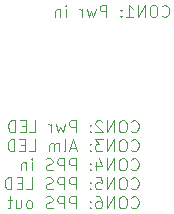
<source format=gbr>
%TF.GenerationSoftware,KiCad,Pcbnew,8.0.5*%
%TF.CreationDate,2024-10-07T08:20:55+01:00*%
%TF.ProjectId,GPS Rx PPS,47505320-5278-4205-9050-532e6b696361,0.1*%
%TF.SameCoordinates,Original*%
%TF.FileFunction,Legend,Bot*%
%TF.FilePolarity,Positive*%
%FSLAX46Y46*%
G04 Gerber Fmt 4.6, Leading zero omitted, Abs format (unit mm)*
G04 Created by KiCad (PCBNEW 8.0.5) date 2024-10-07 08:20:55*
%MOMM*%
%LPD*%
G01*
G04 APERTURE LIST*
%ADD10C,0.100000*%
G04 APERTURE END LIST*
D10*
X162024687Y-96977180D02*
X162072306Y-97024800D01*
X162072306Y-97024800D02*
X162215163Y-97072419D01*
X162215163Y-97072419D02*
X162310401Y-97072419D01*
X162310401Y-97072419D02*
X162453258Y-97024800D01*
X162453258Y-97024800D02*
X162548496Y-96929561D01*
X162548496Y-96929561D02*
X162596115Y-96834323D01*
X162596115Y-96834323D02*
X162643734Y-96643847D01*
X162643734Y-96643847D02*
X162643734Y-96500990D01*
X162643734Y-96500990D02*
X162596115Y-96310514D01*
X162596115Y-96310514D02*
X162548496Y-96215276D01*
X162548496Y-96215276D02*
X162453258Y-96120038D01*
X162453258Y-96120038D02*
X162310401Y-96072419D01*
X162310401Y-96072419D02*
X162215163Y-96072419D01*
X162215163Y-96072419D02*
X162072306Y-96120038D01*
X162072306Y-96120038D02*
X162024687Y-96167657D01*
X161405639Y-96072419D02*
X161215163Y-96072419D01*
X161215163Y-96072419D02*
X161119925Y-96120038D01*
X161119925Y-96120038D02*
X161024687Y-96215276D01*
X161024687Y-96215276D02*
X160977068Y-96405752D01*
X160977068Y-96405752D02*
X160977068Y-96739085D01*
X160977068Y-96739085D02*
X161024687Y-96929561D01*
X161024687Y-96929561D02*
X161119925Y-97024800D01*
X161119925Y-97024800D02*
X161215163Y-97072419D01*
X161215163Y-97072419D02*
X161405639Y-97072419D01*
X161405639Y-97072419D02*
X161500877Y-97024800D01*
X161500877Y-97024800D02*
X161596115Y-96929561D01*
X161596115Y-96929561D02*
X161643734Y-96739085D01*
X161643734Y-96739085D02*
X161643734Y-96405752D01*
X161643734Y-96405752D02*
X161596115Y-96215276D01*
X161596115Y-96215276D02*
X161500877Y-96120038D01*
X161500877Y-96120038D02*
X161405639Y-96072419D01*
X160548496Y-97072419D02*
X160548496Y-96072419D01*
X160548496Y-96072419D02*
X159977068Y-97072419D01*
X159977068Y-97072419D02*
X159977068Y-96072419D01*
X158977068Y-97072419D02*
X159548496Y-97072419D01*
X159262782Y-97072419D02*
X159262782Y-96072419D01*
X159262782Y-96072419D02*
X159358020Y-96215276D01*
X159358020Y-96215276D02*
X159453258Y-96310514D01*
X159453258Y-96310514D02*
X159548496Y-96358133D01*
X158548496Y-96977180D02*
X158500877Y-97024800D01*
X158500877Y-97024800D02*
X158548496Y-97072419D01*
X158548496Y-97072419D02*
X158596115Y-97024800D01*
X158596115Y-97024800D02*
X158548496Y-96977180D01*
X158548496Y-96977180D02*
X158548496Y-97072419D01*
X158548496Y-96453371D02*
X158500877Y-96500990D01*
X158500877Y-96500990D02*
X158548496Y-96548609D01*
X158548496Y-96548609D02*
X158596115Y-96500990D01*
X158596115Y-96500990D02*
X158548496Y-96453371D01*
X158548496Y-96453371D02*
X158548496Y-96548609D01*
X157310401Y-97072419D02*
X157310401Y-96072419D01*
X157310401Y-96072419D02*
X156929449Y-96072419D01*
X156929449Y-96072419D02*
X156834211Y-96120038D01*
X156834211Y-96120038D02*
X156786592Y-96167657D01*
X156786592Y-96167657D02*
X156738973Y-96262895D01*
X156738973Y-96262895D02*
X156738973Y-96405752D01*
X156738973Y-96405752D02*
X156786592Y-96500990D01*
X156786592Y-96500990D02*
X156834211Y-96548609D01*
X156834211Y-96548609D02*
X156929449Y-96596228D01*
X156929449Y-96596228D02*
X157310401Y-96596228D01*
X156405639Y-96405752D02*
X156215163Y-97072419D01*
X156215163Y-97072419D02*
X156024687Y-96596228D01*
X156024687Y-96596228D02*
X155834211Y-97072419D01*
X155834211Y-97072419D02*
X155643735Y-96405752D01*
X155262782Y-97072419D02*
X155262782Y-96405752D01*
X155262782Y-96596228D02*
X155215163Y-96500990D01*
X155215163Y-96500990D02*
X155167544Y-96453371D01*
X155167544Y-96453371D02*
X155072306Y-96405752D01*
X155072306Y-96405752D02*
X154977068Y-96405752D01*
X153881829Y-97072419D02*
X153881829Y-96405752D01*
X153881829Y-96072419D02*
X153929448Y-96120038D01*
X153929448Y-96120038D02*
X153881829Y-96167657D01*
X153881829Y-96167657D02*
X153834210Y-96120038D01*
X153834210Y-96120038D02*
X153881829Y-96072419D01*
X153881829Y-96072419D02*
X153881829Y-96167657D01*
X153405639Y-96405752D02*
X153405639Y-97072419D01*
X153405639Y-96500990D02*
X153358020Y-96453371D01*
X153358020Y-96453371D02*
X153262782Y-96405752D01*
X153262782Y-96405752D02*
X153119925Y-96405752D01*
X153119925Y-96405752D02*
X153024687Y-96453371D01*
X153024687Y-96453371D02*
X152977068Y-96548609D01*
X152977068Y-96548609D02*
X152977068Y-97072419D01*
X159424687Y-106737404D02*
X159472306Y-106785024D01*
X159472306Y-106785024D02*
X159615163Y-106832643D01*
X159615163Y-106832643D02*
X159710401Y-106832643D01*
X159710401Y-106832643D02*
X159853258Y-106785024D01*
X159853258Y-106785024D02*
X159948496Y-106689785D01*
X159948496Y-106689785D02*
X159996115Y-106594547D01*
X159996115Y-106594547D02*
X160043734Y-106404071D01*
X160043734Y-106404071D02*
X160043734Y-106261214D01*
X160043734Y-106261214D02*
X159996115Y-106070738D01*
X159996115Y-106070738D02*
X159948496Y-105975500D01*
X159948496Y-105975500D02*
X159853258Y-105880262D01*
X159853258Y-105880262D02*
X159710401Y-105832643D01*
X159710401Y-105832643D02*
X159615163Y-105832643D01*
X159615163Y-105832643D02*
X159472306Y-105880262D01*
X159472306Y-105880262D02*
X159424687Y-105927881D01*
X158805639Y-105832643D02*
X158615163Y-105832643D01*
X158615163Y-105832643D02*
X158519925Y-105880262D01*
X158519925Y-105880262D02*
X158424687Y-105975500D01*
X158424687Y-105975500D02*
X158377068Y-106165976D01*
X158377068Y-106165976D02*
X158377068Y-106499309D01*
X158377068Y-106499309D02*
X158424687Y-106689785D01*
X158424687Y-106689785D02*
X158519925Y-106785024D01*
X158519925Y-106785024D02*
X158615163Y-106832643D01*
X158615163Y-106832643D02*
X158805639Y-106832643D01*
X158805639Y-106832643D02*
X158900877Y-106785024D01*
X158900877Y-106785024D02*
X158996115Y-106689785D01*
X158996115Y-106689785D02*
X159043734Y-106499309D01*
X159043734Y-106499309D02*
X159043734Y-106165976D01*
X159043734Y-106165976D02*
X158996115Y-105975500D01*
X158996115Y-105975500D02*
X158900877Y-105880262D01*
X158900877Y-105880262D02*
X158805639Y-105832643D01*
X157948496Y-106832643D02*
X157948496Y-105832643D01*
X157948496Y-105832643D02*
X157377068Y-106832643D01*
X157377068Y-106832643D02*
X157377068Y-105832643D01*
X156948496Y-105927881D02*
X156900877Y-105880262D01*
X156900877Y-105880262D02*
X156805639Y-105832643D01*
X156805639Y-105832643D02*
X156567544Y-105832643D01*
X156567544Y-105832643D02*
X156472306Y-105880262D01*
X156472306Y-105880262D02*
X156424687Y-105927881D01*
X156424687Y-105927881D02*
X156377068Y-106023119D01*
X156377068Y-106023119D02*
X156377068Y-106118357D01*
X156377068Y-106118357D02*
X156424687Y-106261214D01*
X156424687Y-106261214D02*
X156996115Y-106832643D01*
X156996115Y-106832643D02*
X156377068Y-106832643D01*
X155948496Y-106737404D02*
X155900877Y-106785024D01*
X155900877Y-106785024D02*
X155948496Y-106832643D01*
X155948496Y-106832643D02*
X155996115Y-106785024D01*
X155996115Y-106785024D02*
X155948496Y-106737404D01*
X155948496Y-106737404D02*
X155948496Y-106832643D01*
X155948496Y-106213595D02*
X155900877Y-106261214D01*
X155900877Y-106261214D02*
X155948496Y-106308833D01*
X155948496Y-106308833D02*
X155996115Y-106261214D01*
X155996115Y-106261214D02*
X155948496Y-106213595D01*
X155948496Y-106213595D02*
X155948496Y-106308833D01*
X154710401Y-106832643D02*
X154710401Y-105832643D01*
X154710401Y-105832643D02*
X154329449Y-105832643D01*
X154329449Y-105832643D02*
X154234211Y-105880262D01*
X154234211Y-105880262D02*
X154186592Y-105927881D01*
X154186592Y-105927881D02*
X154138973Y-106023119D01*
X154138973Y-106023119D02*
X154138973Y-106165976D01*
X154138973Y-106165976D02*
X154186592Y-106261214D01*
X154186592Y-106261214D02*
X154234211Y-106308833D01*
X154234211Y-106308833D02*
X154329449Y-106356452D01*
X154329449Y-106356452D02*
X154710401Y-106356452D01*
X153805639Y-106165976D02*
X153615163Y-106832643D01*
X153615163Y-106832643D02*
X153424687Y-106356452D01*
X153424687Y-106356452D02*
X153234211Y-106832643D01*
X153234211Y-106832643D02*
X153043735Y-106165976D01*
X152662782Y-106832643D02*
X152662782Y-106165976D01*
X152662782Y-106356452D02*
X152615163Y-106261214D01*
X152615163Y-106261214D02*
X152567544Y-106213595D01*
X152567544Y-106213595D02*
X152472306Y-106165976D01*
X152472306Y-106165976D02*
X152377068Y-106165976D01*
X150805639Y-106832643D02*
X151281829Y-106832643D01*
X151281829Y-106832643D02*
X151281829Y-105832643D01*
X150472305Y-106308833D02*
X150138972Y-106308833D01*
X149996115Y-106832643D02*
X150472305Y-106832643D01*
X150472305Y-106832643D02*
X150472305Y-105832643D01*
X150472305Y-105832643D02*
X149996115Y-105832643D01*
X149567543Y-106832643D02*
X149567543Y-105832643D01*
X149567543Y-105832643D02*
X149329448Y-105832643D01*
X149329448Y-105832643D02*
X149186591Y-105880262D01*
X149186591Y-105880262D02*
X149091353Y-105975500D01*
X149091353Y-105975500D02*
X149043734Y-106070738D01*
X149043734Y-106070738D02*
X148996115Y-106261214D01*
X148996115Y-106261214D02*
X148996115Y-106404071D01*
X148996115Y-106404071D02*
X149043734Y-106594547D01*
X149043734Y-106594547D02*
X149091353Y-106689785D01*
X149091353Y-106689785D02*
X149186591Y-106785024D01*
X149186591Y-106785024D02*
X149329448Y-106832643D01*
X149329448Y-106832643D02*
X149567543Y-106832643D01*
X159424687Y-108347348D02*
X159472306Y-108394968D01*
X159472306Y-108394968D02*
X159615163Y-108442587D01*
X159615163Y-108442587D02*
X159710401Y-108442587D01*
X159710401Y-108442587D02*
X159853258Y-108394968D01*
X159853258Y-108394968D02*
X159948496Y-108299729D01*
X159948496Y-108299729D02*
X159996115Y-108204491D01*
X159996115Y-108204491D02*
X160043734Y-108014015D01*
X160043734Y-108014015D02*
X160043734Y-107871158D01*
X160043734Y-107871158D02*
X159996115Y-107680682D01*
X159996115Y-107680682D02*
X159948496Y-107585444D01*
X159948496Y-107585444D02*
X159853258Y-107490206D01*
X159853258Y-107490206D02*
X159710401Y-107442587D01*
X159710401Y-107442587D02*
X159615163Y-107442587D01*
X159615163Y-107442587D02*
X159472306Y-107490206D01*
X159472306Y-107490206D02*
X159424687Y-107537825D01*
X158805639Y-107442587D02*
X158615163Y-107442587D01*
X158615163Y-107442587D02*
X158519925Y-107490206D01*
X158519925Y-107490206D02*
X158424687Y-107585444D01*
X158424687Y-107585444D02*
X158377068Y-107775920D01*
X158377068Y-107775920D02*
X158377068Y-108109253D01*
X158377068Y-108109253D02*
X158424687Y-108299729D01*
X158424687Y-108299729D02*
X158519925Y-108394968D01*
X158519925Y-108394968D02*
X158615163Y-108442587D01*
X158615163Y-108442587D02*
X158805639Y-108442587D01*
X158805639Y-108442587D02*
X158900877Y-108394968D01*
X158900877Y-108394968D02*
X158996115Y-108299729D01*
X158996115Y-108299729D02*
X159043734Y-108109253D01*
X159043734Y-108109253D02*
X159043734Y-107775920D01*
X159043734Y-107775920D02*
X158996115Y-107585444D01*
X158996115Y-107585444D02*
X158900877Y-107490206D01*
X158900877Y-107490206D02*
X158805639Y-107442587D01*
X157948496Y-108442587D02*
X157948496Y-107442587D01*
X157948496Y-107442587D02*
X157377068Y-108442587D01*
X157377068Y-108442587D02*
X157377068Y-107442587D01*
X156996115Y-107442587D02*
X156377068Y-107442587D01*
X156377068Y-107442587D02*
X156710401Y-107823539D01*
X156710401Y-107823539D02*
X156567544Y-107823539D01*
X156567544Y-107823539D02*
X156472306Y-107871158D01*
X156472306Y-107871158D02*
X156424687Y-107918777D01*
X156424687Y-107918777D02*
X156377068Y-108014015D01*
X156377068Y-108014015D02*
X156377068Y-108252110D01*
X156377068Y-108252110D02*
X156424687Y-108347348D01*
X156424687Y-108347348D02*
X156472306Y-108394968D01*
X156472306Y-108394968D02*
X156567544Y-108442587D01*
X156567544Y-108442587D02*
X156853258Y-108442587D01*
X156853258Y-108442587D02*
X156948496Y-108394968D01*
X156948496Y-108394968D02*
X156996115Y-108347348D01*
X155948496Y-108347348D02*
X155900877Y-108394968D01*
X155900877Y-108394968D02*
X155948496Y-108442587D01*
X155948496Y-108442587D02*
X155996115Y-108394968D01*
X155996115Y-108394968D02*
X155948496Y-108347348D01*
X155948496Y-108347348D02*
X155948496Y-108442587D01*
X155948496Y-107823539D02*
X155900877Y-107871158D01*
X155900877Y-107871158D02*
X155948496Y-107918777D01*
X155948496Y-107918777D02*
X155996115Y-107871158D01*
X155996115Y-107871158D02*
X155948496Y-107823539D01*
X155948496Y-107823539D02*
X155948496Y-107918777D01*
X154758020Y-108156872D02*
X154281830Y-108156872D01*
X154853258Y-108442587D02*
X154519925Y-107442587D01*
X154519925Y-107442587D02*
X154186592Y-108442587D01*
X153710401Y-108442587D02*
X153805639Y-108394968D01*
X153805639Y-108394968D02*
X153853258Y-108299729D01*
X153853258Y-108299729D02*
X153853258Y-107442587D01*
X153329448Y-108442587D02*
X153329448Y-107775920D01*
X153329448Y-107871158D02*
X153281829Y-107823539D01*
X153281829Y-107823539D02*
X153186591Y-107775920D01*
X153186591Y-107775920D02*
X153043734Y-107775920D01*
X153043734Y-107775920D02*
X152948496Y-107823539D01*
X152948496Y-107823539D02*
X152900877Y-107918777D01*
X152900877Y-107918777D02*
X152900877Y-108442587D01*
X152900877Y-107918777D02*
X152853258Y-107823539D01*
X152853258Y-107823539D02*
X152758020Y-107775920D01*
X152758020Y-107775920D02*
X152615163Y-107775920D01*
X152615163Y-107775920D02*
X152519924Y-107823539D01*
X152519924Y-107823539D02*
X152472305Y-107918777D01*
X152472305Y-107918777D02*
X152472305Y-108442587D01*
X150758020Y-108442587D02*
X151234210Y-108442587D01*
X151234210Y-108442587D02*
X151234210Y-107442587D01*
X150424686Y-107918777D02*
X150091353Y-107918777D01*
X149948496Y-108442587D02*
X150424686Y-108442587D01*
X150424686Y-108442587D02*
X150424686Y-107442587D01*
X150424686Y-107442587D02*
X149948496Y-107442587D01*
X149519924Y-108442587D02*
X149519924Y-107442587D01*
X149519924Y-107442587D02*
X149281829Y-107442587D01*
X149281829Y-107442587D02*
X149138972Y-107490206D01*
X149138972Y-107490206D02*
X149043734Y-107585444D01*
X149043734Y-107585444D02*
X148996115Y-107680682D01*
X148996115Y-107680682D02*
X148948496Y-107871158D01*
X148948496Y-107871158D02*
X148948496Y-108014015D01*
X148948496Y-108014015D02*
X148996115Y-108204491D01*
X148996115Y-108204491D02*
X149043734Y-108299729D01*
X149043734Y-108299729D02*
X149138972Y-108394968D01*
X149138972Y-108394968D02*
X149281829Y-108442587D01*
X149281829Y-108442587D02*
X149519924Y-108442587D01*
X159424687Y-109957292D02*
X159472306Y-110004912D01*
X159472306Y-110004912D02*
X159615163Y-110052531D01*
X159615163Y-110052531D02*
X159710401Y-110052531D01*
X159710401Y-110052531D02*
X159853258Y-110004912D01*
X159853258Y-110004912D02*
X159948496Y-109909673D01*
X159948496Y-109909673D02*
X159996115Y-109814435D01*
X159996115Y-109814435D02*
X160043734Y-109623959D01*
X160043734Y-109623959D02*
X160043734Y-109481102D01*
X160043734Y-109481102D02*
X159996115Y-109290626D01*
X159996115Y-109290626D02*
X159948496Y-109195388D01*
X159948496Y-109195388D02*
X159853258Y-109100150D01*
X159853258Y-109100150D02*
X159710401Y-109052531D01*
X159710401Y-109052531D02*
X159615163Y-109052531D01*
X159615163Y-109052531D02*
X159472306Y-109100150D01*
X159472306Y-109100150D02*
X159424687Y-109147769D01*
X158805639Y-109052531D02*
X158615163Y-109052531D01*
X158615163Y-109052531D02*
X158519925Y-109100150D01*
X158519925Y-109100150D02*
X158424687Y-109195388D01*
X158424687Y-109195388D02*
X158377068Y-109385864D01*
X158377068Y-109385864D02*
X158377068Y-109719197D01*
X158377068Y-109719197D02*
X158424687Y-109909673D01*
X158424687Y-109909673D02*
X158519925Y-110004912D01*
X158519925Y-110004912D02*
X158615163Y-110052531D01*
X158615163Y-110052531D02*
X158805639Y-110052531D01*
X158805639Y-110052531D02*
X158900877Y-110004912D01*
X158900877Y-110004912D02*
X158996115Y-109909673D01*
X158996115Y-109909673D02*
X159043734Y-109719197D01*
X159043734Y-109719197D02*
X159043734Y-109385864D01*
X159043734Y-109385864D02*
X158996115Y-109195388D01*
X158996115Y-109195388D02*
X158900877Y-109100150D01*
X158900877Y-109100150D02*
X158805639Y-109052531D01*
X157948496Y-110052531D02*
X157948496Y-109052531D01*
X157948496Y-109052531D02*
X157377068Y-110052531D01*
X157377068Y-110052531D02*
X157377068Y-109052531D01*
X156472306Y-109385864D02*
X156472306Y-110052531D01*
X156710401Y-109004912D02*
X156948496Y-109719197D01*
X156948496Y-109719197D02*
X156329449Y-109719197D01*
X155948496Y-109957292D02*
X155900877Y-110004912D01*
X155900877Y-110004912D02*
X155948496Y-110052531D01*
X155948496Y-110052531D02*
X155996115Y-110004912D01*
X155996115Y-110004912D02*
X155948496Y-109957292D01*
X155948496Y-109957292D02*
X155948496Y-110052531D01*
X155948496Y-109433483D02*
X155900877Y-109481102D01*
X155900877Y-109481102D02*
X155948496Y-109528721D01*
X155948496Y-109528721D02*
X155996115Y-109481102D01*
X155996115Y-109481102D02*
X155948496Y-109433483D01*
X155948496Y-109433483D02*
X155948496Y-109528721D01*
X154710401Y-110052531D02*
X154710401Y-109052531D01*
X154710401Y-109052531D02*
X154329449Y-109052531D01*
X154329449Y-109052531D02*
X154234211Y-109100150D01*
X154234211Y-109100150D02*
X154186592Y-109147769D01*
X154186592Y-109147769D02*
X154138973Y-109243007D01*
X154138973Y-109243007D02*
X154138973Y-109385864D01*
X154138973Y-109385864D02*
X154186592Y-109481102D01*
X154186592Y-109481102D02*
X154234211Y-109528721D01*
X154234211Y-109528721D02*
X154329449Y-109576340D01*
X154329449Y-109576340D02*
X154710401Y-109576340D01*
X153710401Y-110052531D02*
X153710401Y-109052531D01*
X153710401Y-109052531D02*
X153329449Y-109052531D01*
X153329449Y-109052531D02*
X153234211Y-109100150D01*
X153234211Y-109100150D02*
X153186592Y-109147769D01*
X153186592Y-109147769D02*
X153138973Y-109243007D01*
X153138973Y-109243007D02*
X153138973Y-109385864D01*
X153138973Y-109385864D02*
X153186592Y-109481102D01*
X153186592Y-109481102D02*
X153234211Y-109528721D01*
X153234211Y-109528721D02*
X153329449Y-109576340D01*
X153329449Y-109576340D02*
X153710401Y-109576340D01*
X152758020Y-110004912D02*
X152615163Y-110052531D01*
X152615163Y-110052531D02*
X152377068Y-110052531D01*
X152377068Y-110052531D02*
X152281830Y-110004912D01*
X152281830Y-110004912D02*
X152234211Y-109957292D01*
X152234211Y-109957292D02*
X152186592Y-109862054D01*
X152186592Y-109862054D02*
X152186592Y-109766816D01*
X152186592Y-109766816D02*
X152234211Y-109671578D01*
X152234211Y-109671578D02*
X152281830Y-109623959D01*
X152281830Y-109623959D02*
X152377068Y-109576340D01*
X152377068Y-109576340D02*
X152567544Y-109528721D01*
X152567544Y-109528721D02*
X152662782Y-109481102D01*
X152662782Y-109481102D02*
X152710401Y-109433483D01*
X152710401Y-109433483D02*
X152758020Y-109338245D01*
X152758020Y-109338245D02*
X152758020Y-109243007D01*
X152758020Y-109243007D02*
X152710401Y-109147769D01*
X152710401Y-109147769D02*
X152662782Y-109100150D01*
X152662782Y-109100150D02*
X152567544Y-109052531D01*
X152567544Y-109052531D02*
X152329449Y-109052531D01*
X152329449Y-109052531D02*
X152186592Y-109100150D01*
X150996115Y-110052531D02*
X150996115Y-109385864D01*
X150996115Y-109052531D02*
X151043734Y-109100150D01*
X151043734Y-109100150D02*
X150996115Y-109147769D01*
X150996115Y-109147769D02*
X150948496Y-109100150D01*
X150948496Y-109100150D02*
X150996115Y-109052531D01*
X150996115Y-109052531D02*
X150996115Y-109147769D01*
X150519925Y-109385864D02*
X150519925Y-110052531D01*
X150519925Y-109481102D02*
X150472306Y-109433483D01*
X150472306Y-109433483D02*
X150377068Y-109385864D01*
X150377068Y-109385864D02*
X150234211Y-109385864D01*
X150234211Y-109385864D02*
X150138973Y-109433483D01*
X150138973Y-109433483D02*
X150091354Y-109528721D01*
X150091354Y-109528721D02*
X150091354Y-110052531D01*
X159424687Y-111567236D02*
X159472306Y-111614856D01*
X159472306Y-111614856D02*
X159615163Y-111662475D01*
X159615163Y-111662475D02*
X159710401Y-111662475D01*
X159710401Y-111662475D02*
X159853258Y-111614856D01*
X159853258Y-111614856D02*
X159948496Y-111519617D01*
X159948496Y-111519617D02*
X159996115Y-111424379D01*
X159996115Y-111424379D02*
X160043734Y-111233903D01*
X160043734Y-111233903D02*
X160043734Y-111091046D01*
X160043734Y-111091046D02*
X159996115Y-110900570D01*
X159996115Y-110900570D02*
X159948496Y-110805332D01*
X159948496Y-110805332D02*
X159853258Y-110710094D01*
X159853258Y-110710094D02*
X159710401Y-110662475D01*
X159710401Y-110662475D02*
X159615163Y-110662475D01*
X159615163Y-110662475D02*
X159472306Y-110710094D01*
X159472306Y-110710094D02*
X159424687Y-110757713D01*
X158805639Y-110662475D02*
X158615163Y-110662475D01*
X158615163Y-110662475D02*
X158519925Y-110710094D01*
X158519925Y-110710094D02*
X158424687Y-110805332D01*
X158424687Y-110805332D02*
X158377068Y-110995808D01*
X158377068Y-110995808D02*
X158377068Y-111329141D01*
X158377068Y-111329141D02*
X158424687Y-111519617D01*
X158424687Y-111519617D02*
X158519925Y-111614856D01*
X158519925Y-111614856D02*
X158615163Y-111662475D01*
X158615163Y-111662475D02*
X158805639Y-111662475D01*
X158805639Y-111662475D02*
X158900877Y-111614856D01*
X158900877Y-111614856D02*
X158996115Y-111519617D01*
X158996115Y-111519617D02*
X159043734Y-111329141D01*
X159043734Y-111329141D02*
X159043734Y-110995808D01*
X159043734Y-110995808D02*
X158996115Y-110805332D01*
X158996115Y-110805332D02*
X158900877Y-110710094D01*
X158900877Y-110710094D02*
X158805639Y-110662475D01*
X157948496Y-111662475D02*
X157948496Y-110662475D01*
X157948496Y-110662475D02*
X157377068Y-111662475D01*
X157377068Y-111662475D02*
X157377068Y-110662475D01*
X156424687Y-110662475D02*
X156900877Y-110662475D01*
X156900877Y-110662475D02*
X156948496Y-111138665D01*
X156948496Y-111138665D02*
X156900877Y-111091046D01*
X156900877Y-111091046D02*
X156805639Y-111043427D01*
X156805639Y-111043427D02*
X156567544Y-111043427D01*
X156567544Y-111043427D02*
X156472306Y-111091046D01*
X156472306Y-111091046D02*
X156424687Y-111138665D01*
X156424687Y-111138665D02*
X156377068Y-111233903D01*
X156377068Y-111233903D02*
X156377068Y-111471998D01*
X156377068Y-111471998D02*
X156424687Y-111567236D01*
X156424687Y-111567236D02*
X156472306Y-111614856D01*
X156472306Y-111614856D02*
X156567544Y-111662475D01*
X156567544Y-111662475D02*
X156805639Y-111662475D01*
X156805639Y-111662475D02*
X156900877Y-111614856D01*
X156900877Y-111614856D02*
X156948496Y-111567236D01*
X155948496Y-111567236D02*
X155900877Y-111614856D01*
X155900877Y-111614856D02*
X155948496Y-111662475D01*
X155948496Y-111662475D02*
X155996115Y-111614856D01*
X155996115Y-111614856D02*
X155948496Y-111567236D01*
X155948496Y-111567236D02*
X155948496Y-111662475D01*
X155948496Y-111043427D02*
X155900877Y-111091046D01*
X155900877Y-111091046D02*
X155948496Y-111138665D01*
X155948496Y-111138665D02*
X155996115Y-111091046D01*
X155996115Y-111091046D02*
X155948496Y-111043427D01*
X155948496Y-111043427D02*
X155948496Y-111138665D01*
X154710401Y-111662475D02*
X154710401Y-110662475D01*
X154710401Y-110662475D02*
X154329449Y-110662475D01*
X154329449Y-110662475D02*
X154234211Y-110710094D01*
X154234211Y-110710094D02*
X154186592Y-110757713D01*
X154186592Y-110757713D02*
X154138973Y-110852951D01*
X154138973Y-110852951D02*
X154138973Y-110995808D01*
X154138973Y-110995808D02*
X154186592Y-111091046D01*
X154186592Y-111091046D02*
X154234211Y-111138665D01*
X154234211Y-111138665D02*
X154329449Y-111186284D01*
X154329449Y-111186284D02*
X154710401Y-111186284D01*
X153710401Y-111662475D02*
X153710401Y-110662475D01*
X153710401Y-110662475D02*
X153329449Y-110662475D01*
X153329449Y-110662475D02*
X153234211Y-110710094D01*
X153234211Y-110710094D02*
X153186592Y-110757713D01*
X153186592Y-110757713D02*
X153138973Y-110852951D01*
X153138973Y-110852951D02*
X153138973Y-110995808D01*
X153138973Y-110995808D02*
X153186592Y-111091046D01*
X153186592Y-111091046D02*
X153234211Y-111138665D01*
X153234211Y-111138665D02*
X153329449Y-111186284D01*
X153329449Y-111186284D02*
X153710401Y-111186284D01*
X152758020Y-111614856D02*
X152615163Y-111662475D01*
X152615163Y-111662475D02*
X152377068Y-111662475D01*
X152377068Y-111662475D02*
X152281830Y-111614856D01*
X152281830Y-111614856D02*
X152234211Y-111567236D01*
X152234211Y-111567236D02*
X152186592Y-111471998D01*
X152186592Y-111471998D02*
X152186592Y-111376760D01*
X152186592Y-111376760D02*
X152234211Y-111281522D01*
X152234211Y-111281522D02*
X152281830Y-111233903D01*
X152281830Y-111233903D02*
X152377068Y-111186284D01*
X152377068Y-111186284D02*
X152567544Y-111138665D01*
X152567544Y-111138665D02*
X152662782Y-111091046D01*
X152662782Y-111091046D02*
X152710401Y-111043427D01*
X152710401Y-111043427D02*
X152758020Y-110948189D01*
X152758020Y-110948189D02*
X152758020Y-110852951D01*
X152758020Y-110852951D02*
X152710401Y-110757713D01*
X152710401Y-110757713D02*
X152662782Y-110710094D01*
X152662782Y-110710094D02*
X152567544Y-110662475D01*
X152567544Y-110662475D02*
X152329449Y-110662475D01*
X152329449Y-110662475D02*
X152186592Y-110710094D01*
X150519925Y-111662475D02*
X150996115Y-111662475D01*
X150996115Y-111662475D02*
X150996115Y-110662475D01*
X150186591Y-111138665D02*
X149853258Y-111138665D01*
X149710401Y-111662475D02*
X150186591Y-111662475D01*
X150186591Y-111662475D02*
X150186591Y-110662475D01*
X150186591Y-110662475D02*
X149710401Y-110662475D01*
X149281829Y-111662475D02*
X149281829Y-110662475D01*
X149281829Y-110662475D02*
X149043734Y-110662475D01*
X149043734Y-110662475D02*
X148900877Y-110710094D01*
X148900877Y-110710094D02*
X148805639Y-110805332D01*
X148805639Y-110805332D02*
X148758020Y-110900570D01*
X148758020Y-110900570D02*
X148710401Y-111091046D01*
X148710401Y-111091046D02*
X148710401Y-111233903D01*
X148710401Y-111233903D02*
X148758020Y-111424379D01*
X148758020Y-111424379D02*
X148805639Y-111519617D01*
X148805639Y-111519617D02*
X148900877Y-111614856D01*
X148900877Y-111614856D02*
X149043734Y-111662475D01*
X149043734Y-111662475D02*
X149281829Y-111662475D01*
X159424687Y-113177180D02*
X159472306Y-113224800D01*
X159472306Y-113224800D02*
X159615163Y-113272419D01*
X159615163Y-113272419D02*
X159710401Y-113272419D01*
X159710401Y-113272419D02*
X159853258Y-113224800D01*
X159853258Y-113224800D02*
X159948496Y-113129561D01*
X159948496Y-113129561D02*
X159996115Y-113034323D01*
X159996115Y-113034323D02*
X160043734Y-112843847D01*
X160043734Y-112843847D02*
X160043734Y-112700990D01*
X160043734Y-112700990D02*
X159996115Y-112510514D01*
X159996115Y-112510514D02*
X159948496Y-112415276D01*
X159948496Y-112415276D02*
X159853258Y-112320038D01*
X159853258Y-112320038D02*
X159710401Y-112272419D01*
X159710401Y-112272419D02*
X159615163Y-112272419D01*
X159615163Y-112272419D02*
X159472306Y-112320038D01*
X159472306Y-112320038D02*
X159424687Y-112367657D01*
X158805639Y-112272419D02*
X158615163Y-112272419D01*
X158615163Y-112272419D02*
X158519925Y-112320038D01*
X158519925Y-112320038D02*
X158424687Y-112415276D01*
X158424687Y-112415276D02*
X158377068Y-112605752D01*
X158377068Y-112605752D02*
X158377068Y-112939085D01*
X158377068Y-112939085D02*
X158424687Y-113129561D01*
X158424687Y-113129561D02*
X158519925Y-113224800D01*
X158519925Y-113224800D02*
X158615163Y-113272419D01*
X158615163Y-113272419D02*
X158805639Y-113272419D01*
X158805639Y-113272419D02*
X158900877Y-113224800D01*
X158900877Y-113224800D02*
X158996115Y-113129561D01*
X158996115Y-113129561D02*
X159043734Y-112939085D01*
X159043734Y-112939085D02*
X159043734Y-112605752D01*
X159043734Y-112605752D02*
X158996115Y-112415276D01*
X158996115Y-112415276D02*
X158900877Y-112320038D01*
X158900877Y-112320038D02*
X158805639Y-112272419D01*
X157948496Y-113272419D02*
X157948496Y-112272419D01*
X157948496Y-112272419D02*
X157377068Y-113272419D01*
X157377068Y-113272419D02*
X157377068Y-112272419D01*
X156472306Y-112272419D02*
X156662782Y-112272419D01*
X156662782Y-112272419D02*
X156758020Y-112320038D01*
X156758020Y-112320038D02*
X156805639Y-112367657D01*
X156805639Y-112367657D02*
X156900877Y-112510514D01*
X156900877Y-112510514D02*
X156948496Y-112700990D01*
X156948496Y-112700990D02*
X156948496Y-113081942D01*
X156948496Y-113081942D02*
X156900877Y-113177180D01*
X156900877Y-113177180D02*
X156853258Y-113224800D01*
X156853258Y-113224800D02*
X156758020Y-113272419D01*
X156758020Y-113272419D02*
X156567544Y-113272419D01*
X156567544Y-113272419D02*
X156472306Y-113224800D01*
X156472306Y-113224800D02*
X156424687Y-113177180D01*
X156424687Y-113177180D02*
X156377068Y-113081942D01*
X156377068Y-113081942D02*
X156377068Y-112843847D01*
X156377068Y-112843847D02*
X156424687Y-112748609D01*
X156424687Y-112748609D02*
X156472306Y-112700990D01*
X156472306Y-112700990D02*
X156567544Y-112653371D01*
X156567544Y-112653371D02*
X156758020Y-112653371D01*
X156758020Y-112653371D02*
X156853258Y-112700990D01*
X156853258Y-112700990D02*
X156900877Y-112748609D01*
X156900877Y-112748609D02*
X156948496Y-112843847D01*
X155948496Y-113177180D02*
X155900877Y-113224800D01*
X155900877Y-113224800D02*
X155948496Y-113272419D01*
X155948496Y-113272419D02*
X155996115Y-113224800D01*
X155996115Y-113224800D02*
X155948496Y-113177180D01*
X155948496Y-113177180D02*
X155948496Y-113272419D01*
X155948496Y-112653371D02*
X155900877Y-112700990D01*
X155900877Y-112700990D02*
X155948496Y-112748609D01*
X155948496Y-112748609D02*
X155996115Y-112700990D01*
X155996115Y-112700990D02*
X155948496Y-112653371D01*
X155948496Y-112653371D02*
X155948496Y-112748609D01*
X154710401Y-113272419D02*
X154710401Y-112272419D01*
X154710401Y-112272419D02*
X154329449Y-112272419D01*
X154329449Y-112272419D02*
X154234211Y-112320038D01*
X154234211Y-112320038D02*
X154186592Y-112367657D01*
X154186592Y-112367657D02*
X154138973Y-112462895D01*
X154138973Y-112462895D02*
X154138973Y-112605752D01*
X154138973Y-112605752D02*
X154186592Y-112700990D01*
X154186592Y-112700990D02*
X154234211Y-112748609D01*
X154234211Y-112748609D02*
X154329449Y-112796228D01*
X154329449Y-112796228D02*
X154710401Y-112796228D01*
X153710401Y-113272419D02*
X153710401Y-112272419D01*
X153710401Y-112272419D02*
X153329449Y-112272419D01*
X153329449Y-112272419D02*
X153234211Y-112320038D01*
X153234211Y-112320038D02*
X153186592Y-112367657D01*
X153186592Y-112367657D02*
X153138973Y-112462895D01*
X153138973Y-112462895D02*
X153138973Y-112605752D01*
X153138973Y-112605752D02*
X153186592Y-112700990D01*
X153186592Y-112700990D02*
X153234211Y-112748609D01*
X153234211Y-112748609D02*
X153329449Y-112796228D01*
X153329449Y-112796228D02*
X153710401Y-112796228D01*
X152758020Y-113224800D02*
X152615163Y-113272419D01*
X152615163Y-113272419D02*
X152377068Y-113272419D01*
X152377068Y-113272419D02*
X152281830Y-113224800D01*
X152281830Y-113224800D02*
X152234211Y-113177180D01*
X152234211Y-113177180D02*
X152186592Y-113081942D01*
X152186592Y-113081942D02*
X152186592Y-112986704D01*
X152186592Y-112986704D02*
X152234211Y-112891466D01*
X152234211Y-112891466D02*
X152281830Y-112843847D01*
X152281830Y-112843847D02*
X152377068Y-112796228D01*
X152377068Y-112796228D02*
X152567544Y-112748609D01*
X152567544Y-112748609D02*
X152662782Y-112700990D01*
X152662782Y-112700990D02*
X152710401Y-112653371D01*
X152710401Y-112653371D02*
X152758020Y-112558133D01*
X152758020Y-112558133D02*
X152758020Y-112462895D01*
X152758020Y-112462895D02*
X152710401Y-112367657D01*
X152710401Y-112367657D02*
X152662782Y-112320038D01*
X152662782Y-112320038D02*
X152567544Y-112272419D01*
X152567544Y-112272419D02*
X152329449Y-112272419D01*
X152329449Y-112272419D02*
X152186592Y-112320038D01*
X150853258Y-113272419D02*
X150948496Y-113224800D01*
X150948496Y-113224800D02*
X150996115Y-113177180D01*
X150996115Y-113177180D02*
X151043734Y-113081942D01*
X151043734Y-113081942D02*
X151043734Y-112796228D01*
X151043734Y-112796228D02*
X150996115Y-112700990D01*
X150996115Y-112700990D02*
X150948496Y-112653371D01*
X150948496Y-112653371D02*
X150853258Y-112605752D01*
X150853258Y-112605752D02*
X150710401Y-112605752D01*
X150710401Y-112605752D02*
X150615163Y-112653371D01*
X150615163Y-112653371D02*
X150567544Y-112700990D01*
X150567544Y-112700990D02*
X150519925Y-112796228D01*
X150519925Y-112796228D02*
X150519925Y-113081942D01*
X150519925Y-113081942D02*
X150567544Y-113177180D01*
X150567544Y-113177180D02*
X150615163Y-113224800D01*
X150615163Y-113224800D02*
X150710401Y-113272419D01*
X150710401Y-113272419D02*
X150853258Y-113272419D01*
X149662782Y-112605752D02*
X149662782Y-113272419D01*
X150091353Y-112605752D02*
X150091353Y-113129561D01*
X150091353Y-113129561D02*
X150043734Y-113224800D01*
X150043734Y-113224800D02*
X149948496Y-113272419D01*
X149948496Y-113272419D02*
X149805639Y-113272419D01*
X149805639Y-113272419D02*
X149710401Y-113224800D01*
X149710401Y-113224800D02*
X149662782Y-113177180D01*
X149329448Y-112605752D02*
X148948496Y-112605752D01*
X149186591Y-112272419D02*
X149186591Y-113129561D01*
X149186591Y-113129561D02*
X149138972Y-113224800D01*
X149138972Y-113224800D02*
X149043734Y-113272419D01*
X149043734Y-113272419D02*
X148948496Y-113272419D01*
M02*

</source>
